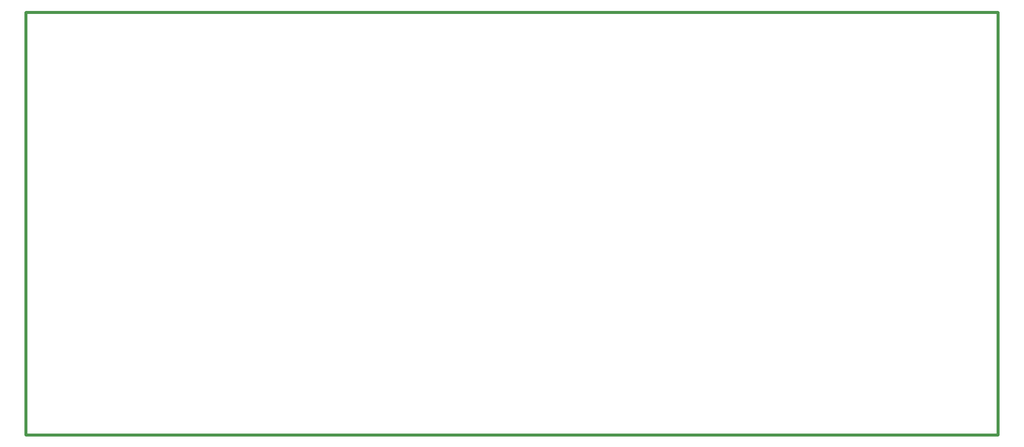
<source format=gko>
G04 Layer_Color=16711935*
%FSLAX24Y24*%
%MOIN*%
G70*
G01*
G75*
%ADD17C,0.0200*%
D17*
X0Y0D02*
X65000D01*
Y28300D01*
X0D02*
X65000D01*
X0Y0D02*
Y28300D01*
M02*

</source>
